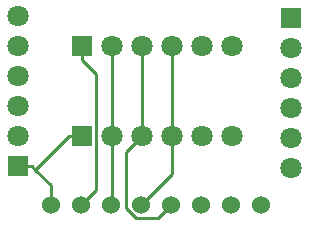
<source format=gbl>
G04 Layer: BottomLayer*
G04 EasyEDA v6.3.22, 2020-01-02T15:01:47+01:00*
G04 c4e2bc18f26c4d9383367568540c3147,ba5f4a7848fa453cbffb73795f9272bb,10*
G04 Gerber Generator version 0.2*
G04 Scale: 100 percent, Rotated: No, Reflected: No *
G04 Dimensions in inches *
G04 leading zeros omitted , absolute positions ,2 integer and 4 decimal *
%FSLAX24Y24*%
%MOIN*%
G90*
G70D02*

%ADD10C,0.010000*%
%ADD11C,0.070866*%
%ADD12R,0.070866X0.070866*%
%ADD13C,0.060000*%

%LPD*%
G54D10*
G01X3500Y950D02*
G01X4015Y1465D01*
G01X4015Y5319D01*
G01X3550Y5784D01*
G01X3550Y6250D02*
G01X3550Y5784D01*
G01X1400Y2250D02*
G01X1865Y2250D01*
G01X3550Y3250D02*
G01X3084Y3250D01*
G01X3084Y3250D02*
G01X1975Y2140D01*
G01X2500Y950D02*
G01X2500Y1615D01*
G01X1975Y2140D01*
G01X1975Y2140D02*
G01X1865Y2250D01*
G01X4500Y950D02*
G01X4550Y1000D01*
G01X4550Y3250D01*
G01X4550Y6250D02*
G01X4550Y3250D01*
G01X5500Y950D02*
G01X6550Y2000D01*
G01X6550Y3250D01*
G01X6550Y6250D02*
G01X6550Y3250D01*
G01X6500Y950D02*
G01X6072Y521D01*
G01X5339Y521D01*
G01X5014Y846D01*
G01X5014Y2715D01*
G01X5550Y3250D01*
G01X5550Y6250D02*
G01X5550Y3250D01*
G54D11*
G01X1400Y7250D03*
G01X1400Y6250D03*
G01X1400Y5250D03*
G01X1400Y4250D03*
G01X1400Y3250D03*
G54D12*
G01X1400Y2250D03*
G54D11*
G01X8550Y3250D03*
G01X7550Y3250D03*
G01X6550Y3250D03*
G01X5550Y3250D03*
G01X4550Y3250D03*
G54D12*
G01X3550Y3250D03*
G54D11*
G01X10500Y2200D03*
G01X10500Y3200D03*
G01X10500Y4200D03*
G01X10500Y5200D03*
G01X10500Y6200D03*
G54D12*
G01X10500Y7200D03*
G54D11*
G01X8550Y6250D03*
G01X7550Y6250D03*
G01X6550Y6250D03*
G01X5550Y6250D03*
G01X4550Y6250D03*
G54D12*
G01X3550Y6250D03*
G54D13*
G01X9500Y950D03*
G01X8500Y950D03*
G01X7500Y950D03*
G01X6500Y950D03*
G01X5500Y950D03*
G01X4500Y950D03*
G01X3500Y950D03*
G01X2500Y950D03*
M00*
M02*

</source>
